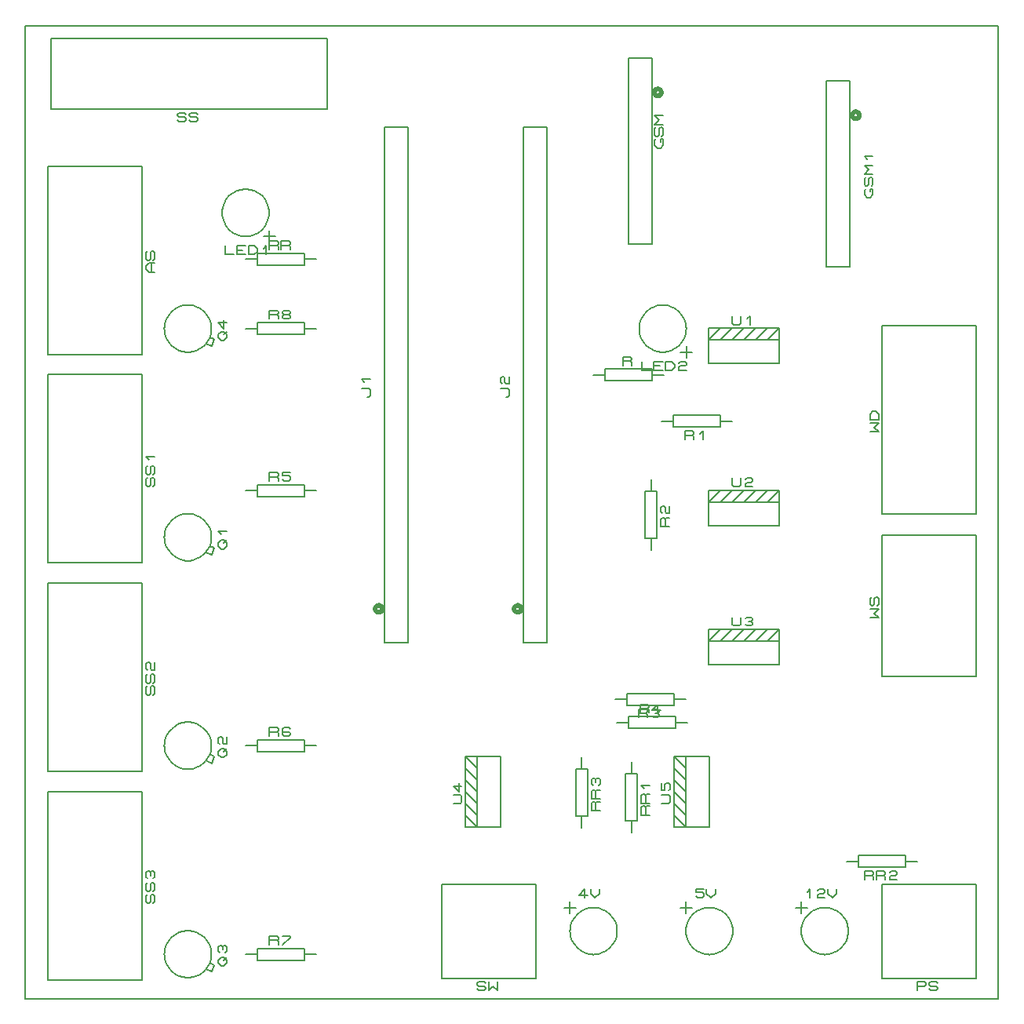
<source format=gbr>
G04 PROTEUS GERBER X2 FILE*
%TF.GenerationSoftware,Labcenter,Proteus,8.13-SP0-Build31525*%
%TF.CreationDate,2023-11-13T13:03:38+00:00*%
%TF.FileFunction,Legend,Top*%
%TF.FilePolarity,Positive*%
%TF.Part,Single*%
%TF.SameCoordinates,{d9887baf-ebf7-4e26-a593-32e53c83881c}*%
%FSLAX45Y45*%
%MOMM*%
G01*
%TA.AperFunction,Material*%
%ADD71C,0.508000*%
%ADD20C,0.152400*%
%ADD21C,0.203200*%
%TD.AperFunction*%
D71*
X-3137400Y+9278000D02*
X-3137531Y+9281158D01*
X-3138597Y+9287476D01*
X-3140828Y+9293794D01*
X-3144473Y+9300112D01*
X-3150048Y+9306351D01*
X-3156366Y+9310947D01*
X-3162684Y+9313880D01*
X-3169002Y+9315542D01*
X-3175320Y+9316100D01*
X-3175500Y+9316100D01*
X-3213600Y+9278000D02*
X-3213469Y+9281158D01*
X-3212403Y+9287476D01*
X-3210172Y+9293794D01*
X-3206527Y+9300112D01*
X-3200952Y+9306351D01*
X-3194634Y+9310947D01*
X-3188316Y+9313880D01*
X-3181998Y+9315542D01*
X-3175680Y+9316100D01*
X-3175500Y+9316100D01*
X-3213600Y+9278000D02*
X-3213469Y+9274842D01*
X-3212403Y+9268524D01*
X-3210172Y+9262206D01*
X-3206527Y+9255888D01*
X-3200952Y+9249649D01*
X-3194634Y+9245053D01*
X-3188316Y+9242120D01*
X-3181998Y+9240458D01*
X-3175680Y+9239900D01*
X-3175500Y+9239900D01*
X-3137400Y+9278000D02*
X-3137531Y+9274842D01*
X-3138597Y+9268524D01*
X-3140828Y+9262206D01*
X-3144473Y+9255888D01*
X-3150048Y+9249649D01*
X-3156366Y+9245053D01*
X-3162684Y+9242120D01*
X-3169002Y+9240458D01*
X-3175320Y+9239900D01*
X-3175500Y+9239900D01*
D20*
X-3493000Y+9646300D02*
X-3493000Y+7639700D01*
X-3239000Y+7639700D01*
X-3239000Y+9646300D01*
X-3493000Y+9646300D01*
D21*
X-3147560Y+8743000D02*
X-3147560Y+8774750D01*
X-3117080Y+8774750D01*
X-3117080Y+8711250D01*
X-3147560Y+8679500D01*
X-3178040Y+8679500D01*
X-3208520Y+8711250D01*
X-3208520Y+8758875D01*
X-3193280Y+8774750D01*
X-3132320Y+8806500D02*
X-3117080Y+8822375D01*
X-3117080Y+8885875D01*
X-3132320Y+8901750D01*
X-3147560Y+8901750D01*
X-3162800Y+8885875D01*
X-3162800Y+8822375D01*
X-3178040Y+8806500D01*
X-3193280Y+8806500D01*
X-3208520Y+8822375D01*
X-3208520Y+8885875D01*
X-3193280Y+8901750D01*
X-3117080Y+8933500D02*
X-3208520Y+8933500D01*
X-3162800Y+8981125D01*
X-3208520Y+9028750D01*
X-3117080Y+9028750D01*
D71*
X-6148400Y+3706000D02*
X-6148531Y+3709158D01*
X-6149597Y+3715476D01*
X-6151828Y+3721794D01*
X-6155473Y+3728112D01*
X-6161048Y+3734351D01*
X-6167366Y+3738947D01*
X-6173684Y+3741880D01*
X-6180002Y+3743542D01*
X-6186320Y+3744100D01*
X-6186500Y+3744100D01*
X-6224600Y+3706000D02*
X-6224469Y+3709158D01*
X-6223403Y+3715476D01*
X-6221172Y+3721794D01*
X-6217527Y+3728112D01*
X-6211952Y+3734351D01*
X-6205634Y+3738947D01*
X-6199316Y+3741880D01*
X-6192998Y+3743542D01*
X-6186680Y+3744100D01*
X-6186500Y+3744100D01*
X-6224600Y+3706000D02*
X-6224469Y+3702842D01*
X-6223403Y+3696524D01*
X-6221172Y+3690206D01*
X-6217527Y+3683888D01*
X-6211952Y+3677649D01*
X-6205634Y+3673053D01*
X-6199316Y+3670120D01*
X-6192998Y+3668458D01*
X-6186680Y+3667900D01*
X-6186500Y+3667900D01*
X-6148400Y+3706000D02*
X-6148531Y+3702842D01*
X-6149597Y+3696524D01*
X-6151828Y+3690206D01*
X-6155473Y+3683888D01*
X-6161048Y+3677649D01*
X-6167366Y+3673053D01*
X-6173684Y+3670120D01*
X-6180002Y+3668458D01*
X-6186320Y+3667900D01*
X-6186500Y+3667900D01*
D20*
X-5869000Y+3337700D02*
X-5869000Y+8900300D01*
X-6123000Y+8900300D01*
X-6123000Y+3337700D01*
X-5869000Y+3337700D01*
D21*
X-6310960Y+5992000D02*
X-6295720Y+5992000D01*
X-6280480Y+6007875D01*
X-6280480Y+6071375D01*
X-6295720Y+6087250D01*
X-6371920Y+6087250D01*
X-6341440Y+6150750D02*
X-6371920Y+6182500D01*
X-6280480Y+6182500D01*
D71*
X-4648400Y+3706000D02*
X-4648531Y+3709158D01*
X-4649597Y+3715476D01*
X-4651828Y+3721794D01*
X-4655473Y+3728112D01*
X-4661048Y+3734351D01*
X-4667366Y+3738947D01*
X-4673684Y+3741880D01*
X-4680002Y+3743542D01*
X-4686320Y+3744100D01*
X-4686500Y+3744100D01*
X-4724600Y+3706000D02*
X-4724469Y+3709158D01*
X-4723403Y+3715476D01*
X-4721172Y+3721794D01*
X-4717527Y+3728112D01*
X-4711952Y+3734351D01*
X-4705634Y+3738947D01*
X-4699316Y+3741880D01*
X-4692998Y+3743542D01*
X-4686680Y+3744100D01*
X-4686500Y+3744100D01*
X-4724600Y+3706000D02*
X-4724469Y+3702842D01*
X-4723403Y+3696524D01*
X-4721172Y+3690206D01*
X-4717527Y+3683888D01*
X-4711952Y+3677649D01*
X-4705634Y+3673053D01*
X-4699316Y+3670120D01*
X-4692998Y+3668458D01*
X-4686680Y+3667900D01*
X-4686500Y+3667900D01*
X-4648400Y+3706000D02*
X-4648531Y+3702842D01*
X-4649597Y+3696524D01*
X-4651828Y+3690206D01*
X-4655473Y+3683888D01*
X-4661048Y+3677649D01*
X-4667366Y+3673053D01*
X-4673684Y+3670120D01*
X-4680002Y+3668458D01*
X-4686320Y+3667900D01*
X-4686500Y+3667900D01*
D20*
X-4369000Y+3337700D02*
X-4369000Y+8900300D01*
X-4623000Y+8900300D01*
X-4623000Y+3337700D01*
X-4369000Y+3337700D01*
D21*
X-4810960Y+5992000D02*
X-4795720Y+5992000D01*
X-4780480Y+6007875D01*
X-4780480Y+6071375D01*
X-4795720Y+6087250D01*
X-4871920Y+6087250D01*
X-4856680Y+6134875D02*
X-4871920Y+6150750D01*
X-4871920Y+6198375D01*
X-4856680Y+6214250D01*
X-4841440Y+6214250D01*
X-4826200Y+6198375D01*
X-4826200Y+6150750D01*
X-4810960Y+6134875D01*
X-4780480Y+6134875D01*
X-4780480Y+6214250D01*
D71*
X-1001400Y+9032000D02*
X-1001531Y+9035158D01*
X-1002597Y+9041476D01*
X-1004828Y+9047794D01*
X-1008473Y+9054112D01*
X-1014048Y+9060351D01*
X-1020366Y+9064947D01*
X-1026684Y+9067880D01*
X-1033002Y+9069542D01*
X-1039320Y+9070100D01*
X-1039500Y+9070100D01*
X-1077600Y+9032000D02*
X-1077469Y+9035158D01*
X-1076403Y+9041476D01*
X-1074172Y+9047794D01*
X-1070527Y+9054112D01*
X-1064952Y+9060351D01*
X-1058634Y+9064947D01*
X-1052316Y+9067880D01*
X-1045998Y+9069542D01*
X-1039680Y+9070100D01*
X-1039500Y+9070100D01*
X-1077600Y+9032000D02*
X-1077469Y+9028842D01*
X-1076403Y+9022524D01*
X-1074172Y+9016206D01*
X-1070527Y+9009888D01*
X-1064952Y+9003649D01*
X-1058634Y+8999053D01*
X-1052316Y+8996120D01*
X-1045998Y+8994458D01*
X-1039680Y+8993900D01*
X-1039500Y+8993900D01*
X-1001400Y+9032000D02*
X-1001531Y+9028842D01*
X-1002597Y+9022524D01*
X-1004828Y+9016206D01*
X-1008473Y+9009888D01*
X-1014048Y+9003649D01*
X-1020366Y+8999053D01*
X-1026684Y+8996120D01*
X-1033002Y+8994458D01*
X-1039320Y+8993900D01*
X-1039500Y+8993900D01*
D20*
X-1357000Y+9400300D02*
X-1357000Y+7393700D01*
X-1103000Y+7393700D01*
X-1103000Y+9400300D01*
X-1357000Y+9400300D01*
D21*
X-884560Y+8206500D02*
X-884560Y+8238250D01*
X-854080Y+8238250D01*
X-854080Y+8174750D01*
X-884560Y+8143000D01*
X-915040Y+8143000D01*
X-945520Y+8174750D01*
X-945520Y+8222375D01*
X-930280Y+8238250D01*
X-869320Y+8270000D02*
X-854080Y+8285875D01*
X-854080Y+8349375D01*
X-869320Y+8365250D01*
X-884560Y+8365250D01*
X-899800Y+8349375D01*
X-899800Y+8285875D01*
X-915040Y+8270000D01*
X-930280Y+8270000D01*
X-945520Y+8285875D01*
X-945520Y+8349375D01*
X-930280Y+8365250D01*
X-854080Y+8397000D02*
X-945520Y+8397000D01*
X-899800Y+8444625D01*
X-945520Y+8492250D01*
X-854080Y+8492250D01*
X-915040Y+8555750D02*
X-945520Y+8587500D01*
X-854080Y+8587500D01*
X-8738000Y+8484000D02*
X-9754000Y+8484000D01*
X-8738000Y+6452000D02*
X-9754000Y+6452000D01*
X-9754000Y+8484000D01*
X-8738000Y+8484000D02*
X-8738000Y+6452000D01*
X-8605920Y+7341000D02*
X-8666880Y+7341000D01*
X-8697360Y+7372750D01*
X-8697360Y+7404500D01*
X-8666880Y+7436250D01*
X-8605920Y+7436250D01*
X-8636400Y+7341000D02*
X-8636400Y+7436250D01*
X-8621160Y+7468000D02*
X-8605920Y+7483875D01*
X-8605920Y+7547375D01*
X-8621160Y+7563250D01*
X-8636400Y+7563250D01*
X-8651640Y+7547375D01*
X-8651640Y+7483875D01*
X-8666880Y+7468000D01*
X-8682120Y+7468000D01*
X-8697360Y+7483875D01*
X-8697360Y+7547375D01*
X-8682120Y+7563250D01*
X-6742000Y+9861000D02*
X-6742000Y+9099000D01*
X-9726500Y+9099000D02*
X-9726500Y+9861000D01*
X-6742000Y+9099000D02*
X-9726500Y+9099000D01*
X-9726500Y+9861000D02*
X-6742000Y+9861000D01*
X-8361250Y+8982160D02*
X-8345375Y+8966920D01*
X-8281875Y+8966920D01*
X-8266000Y+8982160D01*
X-8266000Y+8997400D01*
X-8281875Y+9012640D01*
X-8345375Y+9012640D01*
X-8361250Y+9027880D01*
X-8361250Y+9043120D01*
X-8345375Y+9058360D01*
X-8281875Y+9058360D01*
X-8266000Y+9043120D01*
X-8234250Y+8982160D02*
X-8218375Y+8966920D01*
X-8154875Y+8966920D01*
X-8139000Y+8982160D01*
X-8139000Y+8997400D01*
X-8154875Y+9012640D01*
X-8218375Y+9012640D01*
X-8234250Y+9027880D01*
X-8234250Y+9043120D01*
X-8218375Y+9058360D01*
X-8154875Y+9058360D01*
X-8139000Y+9043120D01*
X-7992000Y+6730000D02*
X-7992827Y+6750483D01*
X-7999545Y+6791450D01*
X-8013563Y+6832417D01*
X-8036341Y+6873384D01*
X-8071141Y+6914229D01*
X-8112108Y+6945845D01*
X-8153075Y+6966392D01*
X-8194042Y+6978629D01*
X-8235009Y+6983762D01*
X-8246000Y+6984000D01*
X-8500000Y+6730000D02*
X-8499173Y+6750483D01*
X-8492455Y+6791450D01*
X-8478437Y+6832417D01*
X-8455659Y+6873384D01*
X-8420859Y+6914229D01*
X-8379892Y+6945845D01*
X-8338925Y+6966392D01*
X-8297958Y+6978629D01*
X-8256991Y+6983762D01*
X-8246000Y+6984000D01*
X-8500000Y+6730000D02*
X-8499173Y+6709517D01*
X-8492455Y+6668550D01*
X-8478437Y+6627583D01*
X-8455659Y+6586616D01*
X-8420859Y+6545771D01*
X-8379892Y+6514155D01*
X-8338925Y+6493608D01*
X-8297958Y+6481371D01*
X-8256991Y+6476238D01*
X-8246000Y+6476000D01*
X-7992000Y+6730000D02*
X-7992827Y+6709517D01*
X-7999545Y+6668550D01*
X-8013563Y+6627583D01*
X-8036341Y+6586616D01*
X-8071141Y+6545771D01*
X-8112108Y+6514155D01*
X-8153075Y+6493608D01*
X-8194042Y+6481371D01*
X-8235009Y+6476238D01*
X-8246000Y+6476000D01*
X-8016500Y+6637100D02*
X-7957600Y+6614300D01*
X-7987600Y+6541000D01*
X-7990700Y+6539900D02*
X-8054800Y+6567800D01*
X-7886480Y+6603000D02*
X-7916960Y+6634750D01*
X-7916960Y+6666500D01*
X-7886480Y+6698250D01*
X-7856000Y+6698250D01*
X-7825520Y+6666500D01*
X-7825520Y+6634750D01*
X-7856000Y+6603000D01*
X-7886480Y+6603000D01*
X-7856000Y+6666500D02*
X-7825520Y+6698250D01*
X-7856000Y+6825250D02*
X-7856000Y+6730000D01*
X-7916960Y+6793500D01*
X-7825520Y+6793500D01*
X-7619000Y+6730000D02*
X-7492000Y+6730000D01*
X-7492000Y+6666500D02*
X-6984000Y+6666500D01*
X-6984000Y+6793500D01*
X-7492000Y+6793500D01*
X-7492000Y+6666500D01*
X-6984000Y+6730000D02*
X-6857000Y+6730000D01*
X-7365000Y+6834140D02*
X-7365000Y+6925580D01*
X-7285625Y+6925580D01*
X-7269750Y+6910340D01*
X-7269750Y+6895100D01*
X-7285625Y+6879860D01*
X-7365000Y+6879860D01*
X-7285625Y+6879860D02*
X-7269750Y+6864620D01*
X-7269750Y+6834140D01*
X-7206250Y+6879860D02*
X-7222125Y+6895100D01*
X-7222125Y+6910340D01*
X-7206250Y+6925580D01*
X-7158625Y+6925580D01*
X-7142750Y+6910340D01*
X-7142750Y+6895100D01*
X-7158625Y+6879860D01*
X-7206250Y+6879860D01*
X-7222125Y+6864620D01*
X-7222125Y+6849380D01*
X-7206250Y+6834140D01*
X-7158625Y+6834140D01*
X-7142750Y+6849380D01*
X-7142750Y+6864620D01*
X-7158625Y+6879860D01*
X-8738000Y+6234000D02*
X-9754000Y+6234000D01*
X-8738000Y+4202000D02*
X-9754000Y+4202000D01*
X-9754000Y+6234000D01*
X-8738000Y+6234000D02*
X-8738000Y+4202000D01*
X-8621160Y+5027500D02*
X-8605920Y+5043375D01*
X-8605920Y+5106875D01*
X-8621160Y+5122750D01*
X-8636400Y+5122750D01*
X-8651640Y+5106875D01*
X-8651640Y+5043375D01*
X-8666880Y+5027500D01*
X-8682120Y+5027500D01*
X-8697360Y+5043375D01*
X-8697360Y+5106875D01*
X-8682120Y+5122750D01*
X-8621160Y+5154500D02*
X-8605920Y+5170375D01*
X-8605920Y+5233875D01*
X-8621160Y+5249750D01*
X-8636400Y+5249750D01*
X-8651640Y+5233875D01*
X-8651640Y+5170375D01*
X-8666880Y+5154500D01*
X-8682120Y+5154500D01*
X-8697360Y+5170375D01*
X-8697360Y+5233875D01*
X-8682120Y+5249750D01*
X-8666880Y+5313250D02*
X-8697360Y+5345000D01*
X-8605920Y+5345000D01*
X-7619000Y+4980000D02*
X-7492000Y+4980000D01*
X-7492000Y+4916500D02*
X-6984000Y+4916500D01*
X-6984000Y+5043500D01*
X-7492000Y+5043500D01*
X-7492000Y+4916500D01*
X-6984000Y+4980000D02*
X-6857000Y+4980000D01*
X-7365000Y+5084140D02*
X-7365000Y+5175580D01*
X-7285625Y+5175580D01*
X-7269750Y+5160340D01*
X-7269750Y+5145100D01*
X-7285625Y+5129860D01*
X-7365000Y+5129860D01*
X-7285625Y+5129860D02*
X-7269750Y+5114620D01*
X-7269750Y+5084140D01*
X-7142750Y+5175580D02*
X-7222125Y+5175580D01*
X-7222125Y+5145100D01*
X-7158625Y+5145100D01*
X-7142750Y+5129860D01*
X-7142750Y+5099380D01*
X-7158625Y+5084140D01*
X-7206250Y+5084140D01*
X-7222125Y+5099380D01*
X-7992000Y+4480000D02*
X-7992827Y+4500483D01*
X-7999545Y+4541450D01*
X-8013563Y+4582417D01*
X-8036341Y+4623384D01*
X-8071141Y+4664229D01*
X-8112108Y+4695845D01*
X-8153075Y+4716392D01*
X-8194042Y+4728629D01*
X-8235009Y+4733762D01*
X-8246000Y+4734000D01*
X-8500000Y+4480000D02*
X-8499173Y+4500483D01*
X-8492455Y+4541450D01*
X-8478437Y+4582417D01*
X-8455659Y+4623384D01*
X-8420859Y+4664229D01*
X-8379892Y+4695845D01*
X-8338925Y+4716392D01*
X-8297958Y+4728629D01*
X-8256991Y+4733762D01*
X-8246000Y+4734000D01*
X-8500000Y+4480000D02*
X-8499173Y+4459517D01*
X-8492455Y+4418550D01*
X-8478437Y+4377583D01*
X-8455659Y+4336616D01*
X-8420859Y+4295771D01*
X-8379892Y+4264155D01*
X-8338925Y+4243608D01*
X-8297958Y+4231371D01*
X-8256991Y+4226238D01*
X-8246000Y+4226000D01*
X-7992000Y+4480000D02*
X-7992827Y+4459517D01*
X-7999545Y+4418550D01*
X-8013563Y+4377583D01*
X-8036341Y+4336616D01*
X-8071141Y+4295771D01*
X-8112108Y+4264155D01*
X-8153075Y+4243608D01*
X-8194042Y+4231371D01*
X-8235009Y+4226238D01*
X-8246000Y+4226000D01*
X-8016500Y+4387100D02*
X-7957600Y+4364300D01*
X-7987600Y+4291000D01*
X-7990700Y+4289900D02*
X-8054800Y+4317800D01*
X-7886480Y+4353000D02*
X-7916960Y+4384750D01*
X-7916960Y+4416500D01*
X-7886480Y+4448250D01*
X-7856000Y+4448250D01*
X-7825520Y+4416500D01*
X-7825520Y+4384750D01*
X-7856000Y+4353000D01*
X-7886480Y+4353000D01*
X-7856000Y+4416500D02*
X-7825520Y+4448250D01*
X-7886480Y+4511750D02*
X-7916960Y+4543500D01*
X-7825520Y+4543500D01*
X+258000Y-278000D02*
X+258000Y+738000D01*
X-758000Y-278000D02*
X-758000Y+738000D01*
X+258000Y+738000D02*
X-758000Y+738000D01*
X+258000Y-278000D02*
X-758000Y-278000D01*
X-377000Y-410080D02*
X-377000Y-318640D01*
X-297625Y-318640D01*
X-281750Y-333880D01*
X-281750Y-349120D01*
X-297625Y-364360D01*
X-377000Y-364360D01*
X-250000Y-394840D02*
X-234125Y-410080D01*
X-170625Y-410080D01*
X-154750Y-394840D01*
X-154750Y-379600D01*
X-170625Y-364360D01*
X-234125Y-364360D01*
X-250000Y-349120D01*
X-250000Y-333880D01*
X-234125Y-318640D01*
X-170625Y-318640D01*
X-154750Y-333880D01*
X-2627000Y+6353000D02*
X-1865000Y+6353000D01*
X-1865000Y+6607000D01*
X-2627000Y+6607000D01*
X-2627000Y+6353000D01*
X-2627000Y+6607000D02*
X-2627000Y+6734000D01*
X-1865000Y+6734000D01*
X-1865000Y+6607000D01*
X-2627000Y+6607000D02*
X-2500000Y+6734000D01*
X-2500000Y+6607000D02*
X-2373000Y+6734000D01*
X-2373000Y+6607000D02*
X-2246000Y+6734000D01*
X-2246000Y+6607000D02*
X-2119000Y+6734000D01*
X-2119000Y+6607000D02*
X-1992000Y+6734000D01*
X-1992000Y+6607000D02*
X-1865000Y+6734000D01*
X-2373000Y+6866080D02*
X-2373000Y+6789880D01*
X-2357125Y+6774640D01*
X-2293625Y+6774640D01*
X-2277750Y+6789880D01*
X-2277750Y+6866080D01*
X-2214250Y+6835600D02*
X-2182500Y+6866080D01*
X-2182500Y+6774640D01*
X-2627000Y+4603000D02*
X-1865000Y+4603000D01*
X-1865000Y+4857000D01*
X-2627000Y+4857000D01*
X-2627000Y+4603000D01*
X-2627000Y+4857000D02*
X-2627000Y+4984000D01*
X-1865000Y+4984000D01*
X-1865000Y+4857000D01*
X-2627000Y+4857000D02*
X-2500000Y+4984000D01*
X-2500000Y+4857000D02*
X-2373000Y+4984000D01*
X-2373000Y+4857000D02*
X-2246000Y+4984000D01*
X-2246000Y+4857000D02*
X-2119000Y+4984000D01*
X-2119000Y+4857000D02*
X-1992000Y+4984000D01*
X-1992000Y+4857000D02*
X-1865000Y+4984000D01*
X-2373000Y+5116080D02*
X-2373000Y+5039880D01*
X-2357125Y+5024640D01*
X-2293625Y+5024640D01*
X-2277750Y+5039880D01*
X-2277750Y+5116080D01*
X-2230125Y+5100840D02*
X-2214250Y+5116080D01*
X-2166625Y+5116080D01*
X-2150750Y+5100840D01*
X-2150750Y+5085600D01*
X-2166625Y+5070360D01*
X-2214250Y+5070360D01*
X-2230125Y+5055120D01*
X-2230125Y+5024640D01*
X-2150750Y+5024640D01*
X-2627000Y+3103000D02*
X-1865000Y+3103000D01*
X-1865000Y+3357000D01*
X-2627000Y+3357000D01*
X-2627000Y+3103000D01*
X-2627000Y+3357000D02*
X-2627000Y+3484000D01*
X-1865000Y+3484000D01*
X-1865000Y+3357000D01*
X-2627000Y+3357000D02*
X-2500000Y+3484000D01*
X-2500000Y+3357000D02*
X-2373000Y+3484000D01*
X-2373000Y+3357000D02*
X-2246000Y+3484000D01*
X-2246000Y+3357000D02*
X-2119000Y+3484000D01*
X-2119000Y+3357000D02*
X-1992000Y+3484000D01*
X-1992000Y+3357000D02*
X-1865000Y+3484000D01*
X-2373000Y+3616080D02*
X-2373000Y+3539880D01*
X-2357125Y+3524640D01*
X-2293625Y+3524640D01*
X-2277750Y+3539880D01*
X-2277750Y+3616080D01*
X-2230125Y+3600840D02*
X-2214250Y+3616080D01*
X-2166625Y+3616080D01*
X-2150750Y+3600840D01*
X-2150750Y+3585600D01*
X-2166625Y+3570360D01*
X-2150750Y+3555120D01*
X-2150750Y+3539880D01*
X-2166625Y+3524640D01*
X-2214250Y+3524640D01*
X-2230125Y+3539880D01*
X-2198375Y+3570360D02*
X-2166625Y+3570360D01*
X-5123000Y+1349000D02*
X-4869000Y+1349000D01*
X-4869000Y+2111000D01*
X-5123000Y+2111000D01*
X-5123000Y+1349000D01*
X-5250000Y+1349000D01*
X-5250000Y+2111000D01*
X-5123000Y+2111000D01*
X-5123000Y+1349000D02*
X-5250000Y+1476000D01*
X-5123000Y+1476000D02*
X-5250000Y+1603000D01*
X-5123000Y+1603000D02*
X-5250000Y+1730000D01*
X-5123000Y+1730000D02*
X-5250000Y+1857000D01*
X-5123000Y+1857000D02*
X-5250000Y+1984000D01*
X-5123000Y+1984000D02*
X-5250000Y+2111000D01*
X-5382080Y+1603000D02*
X-5305880Y+1603000D01*
X-5290640Y+1618875D01*
X-5290640Y+1682375D01*
X-5305880Y+1698250D01*
X-5382080Y+1698250D01*
X-5321120Y+1825250D02*
X-5321120Y+1730000D01*
X-5382080Y+1793500D01*
X-5290640Y+1793500D01*
X-2873000Y+1349000D02*
X-2619000Y+1349000D01*
X-2619000Y+2111000D01*
X-2873000Y+2111000D01*
X-2873000Y+1349000D01*
X-3000000Y+1349000D01*
X-3000000Y+2111000D01*
X-2873000Y+2111000D01*
X-2873000Y+1349000D02*
X-3000000Y+1476000D01*
X-2873000Y+1476000D02*
X-3000000Y+1603000D01*
X-2873000Y+1603000D02*
X-3000000Y+1730000D01*
X-2873000Y+1730000D02*
X-3000000Y+1857000D01*
X-2873000Y+1857000D02*
X-3000000Y+1984000D01*
X-2873000Y+1984000D02*
X-3000000Y+2111000D01*
X-3132080Y+1603000D02*
X-3055880Y+1603000D01*
X-3040640Y+1618875D01*
X-3040640Y+1682375D01*
X-3055880Y+1698250D01*
X-3132080Y+1698250D01*
X-3132080Y+1825250D02*
X-3132080Y+1745875D01*
X-3101600Y+1745875D01*
X-3101600Y+1809375D01*
X-3086360Y+1825250D01*
X-3055880Y+1825250D01*
X-3040640Y+1809375D01*
X-3040640Y+1761750D01*
X-3055880Y+1745875D01*
X-1119000Y+230000D02*
X-1119827Y+250483D01*
X-1126545Y+291450D01*
X-1140563Y+332417D01*
X-1163341Y+373384D01*
X-1198141Y+414229D01*
X-1239108Y+445845D01*
X-1280075Y+466392D01*
X-1321042Y+478629D01*
X-1362009Y+483762D01*
X-1373000Y+484000D01*
X-1627000Y+230000D02*
X-1626173Y+250483D01*
X-1619455Y+291450D01*
X-1605437Y+332417D01*
X-1582659Y+373384D01*
X-1547859Y+414229D01*
X-1506892Y+445845D01*
X-1465925Y+466392D01*
X-1424958Y+478629D01*
X-1383991Y+483762D01*
X-1373000Y+484000D01*
X-1627000Y+230000D02*
X-1626173Y+209517D01*
X-1619455Y+168550D01*
X-1605437Y+127583D01*
X-1582659Y+86616D01*
X-1547859Y+45771D01*
X-1506892Y+14155D01*
X-1465925Y-6392D01*
X-1424958Y-18629D01*
X-1383991Y-23762D01*
X-1373000Y-24000D01*
X-1119000Y+230000D02*
X-1119827Y+209517D01*
X-1126545Y+168550D01*
X-1140563Y+127583D01*
X-1163341Y+86616D01*
X-1198141Y+45771D01*
X-1239108Y+14155D01*
X-1280075Y-6392D01*
X-1321042Y-18629D01*
X-1362009Y-23762D01*
X-1373000Y-24000D01*
X-1690500Y+484000D02*
X-1563500Y+484000D01*
X-1627000Y+547500D02*
X-1627000Y+420500D01*
X-1563500Y+649100D02*
X-1531750Y+679580D01*
X-1531750Y+588140D01*
X-1452375Y+664340D02*
X-1436500Y+679580D01*
X-1388875Y+679580D01*
X-1373000Y+664340D01*
X-1373000Y+649100D01*
X-1388875Y+633860D01*
X-1436500Y+633860D01*
X-1452375Y+618620D01*
X-1452375Y+588140D01*
X-1373000Y+588140D01*
X-1341250Y+679580D02*
X-1341250Y+633860D01*
X-1293625Y+588140D01*
X-1246000Y+633860D01*
X-1246000Y+679580D01*
X-2365000Y+230000D02*
X-2365827Y+250483D01*
X-2372545Y+291450D01*
X-2386563Y+332417D01*
X-2409341Y+373384D01*
X-2444141Y+414229D01*
X-2485108Y+445845D01*
X-2526075Y+466392D01*
X-2567042Y+478629D01*
X-2608009Y+483762D01*
X-2619000Y+484000D01*
X-2873000Y+230000D02*
X-2872173Y+250483D01*
X-2865455Y+291450D01*
X-2851437Y+332417D01*
X-2828659Y+373384D01*
X-2793859Y+414229D01*
X-2752892Y+445845D01*
X-2711925Y+466392D01*
X-2670958Y+478629D01*
X-2629991Y+483762D01*
X-2619000Y+484000D01*
X-2873000Y+230000D02*
X-2872173Y+209517D01*
X-2865455Y+168550D01*
X-2851437Y+127583D01*
X-2828659Y+86616D01*
X-2793859Y+45771D01*
X-2752892Y+14155D01*
X-2711925Y-6392D01*
X-2670958Y-18629D01*
X-2629991Y-23762D01*
X-2619000Y-24000D01*
X-2365000Y+230000D02*
X-2365827Y+209517D01*
X-2372545Y+168550D01*
X-2386563Y+127583D01*
X-2409341Y+86616D01*
X-2444141Y+45771D01*
X-2485108Y+14155D01*
X-2526075Y-6392D01*
X-2567042Y-18629D01*
X-2608009Y-23762D01*
X-2619000Y-24000D01*
X-2936500Y+484000D02*
X-2809500Y+484000D01*
X-2873000Y+547500D02*
X-2873000Y+420500D01*
X-2682500Y+679580D02*
X-2761875Y+679580D01*
X-2761875Y+649100D01*
X-2698375Y+649100D01*
X-2682500Y+633860D01*
X-2682500Y+603380D01*
X-2698375Y+588140D01*
X-2746000Y+588140D01*
X-2761875Y+603380D01*
X-2650750Y+679580D02*
X-2650750Y+633860D01*
X-2603125Y+588140D01*
X-2555500Y+633860D01*
X-2555500Y+679580D01*
X-3458890Y+2053464D02*
X-3458890Y+1926464D01*
X-3522390Y+1418464D02*
X-3395390Y+1418464D01*
X-3395390Y+1926464D01*
X-3522390Y+1926464D01*
X-3522390Y+1418464D01*
X-3458890Y+1418464D02*
X-3458890Y+1291464D01*
X-3263310Y+1481964D02*
X-3354750Y+1481964D01*
X-3354750Y+1561339D01*
X-3339510Y+1577214D01*
X-3324270Y+1577214D01*
X-3309030Y+1561339D01*
X-3309030Y+1481964D01*
X-3309030Y+1561339D02*
X-3293790Y+1577214D01*
X-3263310Y+1577214D01*
X-3263310Y+1608964D02*
X-3354750Y+1608964D01*
X-3354750Y+1688339D01*
X-3339510Y+1704214D01*
X-3324270Y+1704214D01*
X-3309030Y+1688339D01*
X-3309030Y+1608964D01*
X-3309030Y+1688339D02*
X-3293790Y+1704214D01*
X-3263310Y+1704214D01*
X-3324270Y+1767714D02*
X-3354750Y+1799464D01*
X-3263310Y+1799464D01*
X-373000Y+980000D02*
X-500000Y+980000D01*
X-1008000Y+916500D02*
X-500000Y+916500D01*
X-500000Y+1043500D01*
X-1008000Y+1043500D01*
X-1008000Y+916500D01*
X-1008000Y+980000D02*
X-1135000Y+980000D01*
X-944500Y+784420D02*
X-944500Y+875860D01*
X-865125Y+875860D01*
X-849250Y+860620D01*
X-849250Y+845380D01*
X-865125Y+830140D01*
X-944500Y+830140D01*
X-865125Y+830140D02*
X-849250Y+814900D01*
X-849250Y+784420D01*
X-817500Y+784420D02*
X-817500Y+875860D01*
X-738125Y+875860D01*
X-722250Y+860620D01*
X-722250Y+845380D01*
X-738125Y+830140D01*
X-817500Y+830140D01*
X-738125Y+830140D02*
X-722250Y+814900D01*
X-722250Y+784420D01*
X-674625Y+860620D02*
X-658750Y+875860D01*
X-611125Y+875860D01*
X-595250Y+860620D01*
X-595250Y+845380D01*
X-611125Y+830140D01*
X-658750Y+830140D01*
X-674625Y+814900D01*
X-674625Y+784420D01*
X-595250Y+784420D01*
X-8738000Y+3984000D02*
X-9754000Y+3984000D01*
X-8738000Y+1952000D02*
X-9754000Y+1952000D01*
X-9754000Y+3984000D01*
X-8738000Y+3984000D02*
X-8738000Y+1952000D01*
X-8621160Y+2777500D02*
X-8605920Y+2793375D01*
X-8605920Y+2856875D01*
X-8621160Y+2872750D01*
X-8636400Y+2872750D01*
X-8651640Y+2856875D01*
X-8651640Y+2793375D01*
X-8666880Y+2777500D01*
X-8682120Y+2777500D01*
X-8697360Y+2793375D01*
X-8697360Y+2856875D01*
X-8682120Y+2872750D01*
X-8621160Y+2904500D02*
X-8605920Y+2920375D01*
X-8605920Y+2983875D01*
X-8621160Y+2999750D01*
X-8636400Y+2999750D01*
X-8651640Y+2983875D01*
X-8651640Y+2920375D01*
X-8666880Y+2904500D01*
X-8682120Y+2904500D01*
X-8697360Y+2920375D01*
X-8697360Y+2983875D01*
X-8682120Y+2999750D01*
X-8682120Y+3047375D02*
X-8697360Y+3063250D01*
X-8697360Y+3110875D01*
X-8682120Y+3126750D01*
X-8666880Y+3126750D01*
X-8651640Y+3110875D01*
X-8651640Y+3063250D01*
X-8636400Y+3047375D01*
X-8605920Y+3047375D01*
X-8605920Y+3126750D01*
X-7992000Y+2230000D02*
X-7992827Y+2250483D01*
X-7999545Y+2291450D01*
X-8013563Y+2332417D01*
X-8036341Y+2373384D01*
X-8071141Y+2414229D01*
X-8112108Y+2445845D01*
X-8153075Y+2466392D01*
X-8194042Y+2478629D01*
X-8235009Y+2483762D01*
X-8246000Y+2484000D01*
X-8500000Y+2230000D02*
X-8499173Y+2250483D01*
X-8492455Y+2291450D01*
X-8478437Y+2332417D01*
X-8455659Y+2373384D01*
X-8420859Y+2414229D01*
X-8379892Y+2445845D01*
X-8338925Y+2466392D01*
X-8297958Y+2478629D01*
X-8256991Y+2483762D01*
X-8246000Y+2484000D01*
X-8500000Y+2230000D02*
X-8499173Y+2209517D01*
X-8492455Y+2168550D01*
X-8478437Y+2127583D01*
X-8455659Y+2086616D01*
X-8420859Y+2045771D01*
X-8379892Y+2014155D01*
X-8338925Y+1993608D01*
X-8297958Y+1981371D01*
X-8256991Y+1976238D01*
X-8246000Y+1976000D01*
X-7992000Y+2230000D02*
X-7992827Y+2209517D01*
X-7999545Y+2168550D01*
X-8013563Y+2127583D01*
X-8036341Y+2086616D01*
X-8071141Y+2045771D01*
X-8112108Y+2014155D01*
X-8153075Y+1993608D01*
X-8194042Y+1981371D01*
X-8235009Y+1976238D01*
X-8246000Y+1976000D01*
X-8016500Y+2137100D02*
X-7957600Y+2114300D01*
X-7987600Y+2041000D01*
X-7990700Y+2039900D02*
X-8054800Y+2067800D01*
X-7886480Y+2103000D02*
X-7916960Y+2134750D01*
X-7916960Y+2166500D01*
X-7886480Y+2198250D01*
X-7856000Y+2198250D01*
X-7825520Y+2166500D01*
X-7825520Y+2134750D01*
X-7856000Y+2103000D01*
X-7886480Y+2103000D01*
X-7856000Y+2166500D02*
X-7825520Y+2198250D01*
X-7901720Y+2245875D02*
X-7916960Y+2261750D01*
X-7916960Y+2309375D01*
X-7901720Y+2325250D01*
X-7886480Y+2325250D01*
X-7871240Y+2309375D01*
X-7871240Y+2261750D01*
X-7856000Y+2245875D01*
X-7825520Y+2245875D01*
X-7825520Y+2325250D01*
X-7619000Y+2230000D02*
X-7492000Y+2230000D01*
X-7492000Y+2166500D02*
X-6984000Y+2166500D01*
X-6984000Y+2293500D01*
X-7492000Y+2293500D01*
X-7492000Y+2166500D01*
X-6984000Y+2230000D02*
X-6857000Y+2230000D01*
X-7365000Y+2334140D02*
X-7365000Y+2425580D01*
X-7285625Y+2425580D01*
X-7269750Y+2410340D01*
X-7269750Y+2395100D01*
X-7285625Y+2379860D01*
X-7365000Y+2379860D01*
X-7285625Y+2379860D02*
X-7269750Y+2364620D01*
X-7269750Y+2334140D01*
X-7142750Y+2410340D02*
X-7158625Y+2425580D01*
X-7206250Y+2425580D01*
X-7222125Y+2410340D01*
X-7222125Y+2349380D01*
X-7206250Y+2334140D01*
X-7158625Y+2334140D01*
X-7142750Y+2349380D01*
X-7142750Y+2364620D01*
X-7158625Y+2379860D01*
X-7222125Y+2379860D01*
X-8738000Y+1734000D02*
X-9754000Y+1734000D01*
X-8738000Y-298000D02*
X-9754000Y-298000D01*
X-9754000Y+1734000D01*
X-8738000Y+1734000D02*
X-8738000Y-298000D01*
X-8621160Y+527500D02*
X-8605920Y+543375D01*
X-8605920Y+606875D01*
X-8621160Y+622750D01*
X-8636400Y+622750D01*
X-8651640Y+606875D01*
X-8651640Y+543375D01*
X-8666880Y+527500D01*
X-8682120Y+527500D01*
X-8697360Y+543375D01*
X-8697360Y+606875D01*
X-8682120Y+622750D01*
X-8621160Y+654500D02*
X-8605920Y+670375D01*
X-8605920Y+733875D01*
X-8621160Y+749750D01*
X-8636400Y+749750D01*
X-8651640Y+733875D01*
X-8651640Y+670375D01*
X-8666880Y+654500D01*
X-8682120Y+654500D01*
X-8697360Y+670375D01*
X-8697360Y+733875D01*
X-8682120Y+749750D01*
X-8682120Y+797375D02*
X-8697360Y+813250D01*
X-8697360Y+860875D01*
X-8682120Y+876750D01*
X-8666880Y+876750D01*
X-8651640Y+860875D01*
X-8636400Y+876750D01*
X-8621160Y+876750D01*
X-8605920Y+860875D01*
X-8605920Y+813250D01*
X-8621160Y+797375D01*
X-8651640Y+829125D02*
X-8651640Y+860875D01*
X-7992000Y-20000D02*
X-7992827Y+483D01*
X-7999545Y+41450D01*
X-8013563Y+82417D01*
X-8036341Y+123384D01*
X-8071141Y+164229D01*
X-8112108Y+195845D01*
X-8153075Y+216392D01*
X-8194042Y+228629D01*
X-8235009Y+233762D01*
X-8246000Y+234000D01*
X-8500000Y-20000D02*
X-8499173Y+483D01*
X-8492455Y+41450D01*
X-8478437Y+82417D01*
X-8455659Y+123384D01*
X-8420859Y+164229D01*
X-8379892Y+195845D01*
X-8338925Y+216392D01*
X-8297958Y+228629D01*
X-8256991Y+233762D01*
X-8246000Y+234000D01*
X-8500000Y-20000D02*
X-8499173Y-40483D01*
X-8492455Y-81450D01*
X-8478437Y-122417D01*
X-8455659Y-163384D01*
X-8420859Y-204229D01*
X-8379892Y-235845D01*
X-8338925Y-256392D01*
X-8297958Y-268629D01*
X-8256991Y-273762D01*
X-8246000Y-274000D01*
X-7992000Y-20000D02*
X-7992827Y-40483D01*
X-7999545Y-81450D01*
X-8013563Y-122417D01*
X-8036341Y-163384D01*
X-8071141Y-204229D01*
X-8112108Y-235845D01*
X-8153075Y-256392D01*
X-8194042Y-268629D01*
X-8235009Y-273762D01*
X-8246000Y-274000D01*
X-8016500Y-112900D02*
X-7957600Y-135700D01*
X-7987600Y-209000D01*
X-7990700Y-210100D02*
X-8054800Y-182200D01*
X-7886480Y-147000D02*
X-7916960Y-115250D01*
X-7916960Y-83500D01*
X-7886480Y-51750D01*
X-7856000Y-51750D01*
X-7825520Y-83500D01*
X-7825520Y-115250D01*
X-7856000Y-147000D01*
X-7886480Y-147000D01*
X-7856000Y-83500D02*
X-7825520Y-51750D01*
X-7901720Y-4125D02*
X-7916960Y+11750D01*
X-7916960Y+59375D01*
X-7901720Y+75250D01*
X-7886480Y+75250D01*
X-7871240Y+59375D01*
X-7856000Y+75250D01*
X-7840760Y+75250D01*
X-7825520Y+59375D01*
X-7825520Y+11750D01*
X-7840760Y-4125D01*
X-7871240Y+27625D02*
X-7871240Y+59375D01*
X-7619000Y-20000D02*
X-7492000Y-20000D01*
X-7492000Y-83500D02*
X-6984000Y-83500D01*
X-6984000Y+43500D01*
X-7492000Y+43500D01*
X-7492000Y-83500D01*
X-6984000Y-20000D02*
X-6857000Y-20000D01*
X-7365000Y+84140D02*
X-7365000Y+175580D01*
X-7285625Y+175580D01*
X-7269750Y+160340D01*
X-7269750Y+145100D01*
X-7285625Y+129860D01*
X-7365000Y+129860D01*
X-7285625Y+129860D02*
X-7269750Y+114620D01*
X-7269750Y+84140D01*
X-7222125Y+175580D02*
X-7142750Y+175580D01*
X-7142750Y+160340D01*
X-7222125Y+84140D01*
X-2373000Y+5730000D02*
X-2500000Y+5730000D01*
X-3008000Y+5666500D02*
X-2500000Y+5666500D01*
X-2500000Y+5793500D01*
X-3008000Y+5793500D01*
X-3008000Y+5666500D01*
X-3008000Y+5730000D02*
X-3135000Y+5730000D01*
X-2881000Y+5534420D02*
X-2881000Y+5625860D01*
X-2801625Y+5625860D01*
X-2785750Y+5610620D01*
X-2785750Y+5595380D01*
X-2801625Y+5580140D01*
X-2881000Y+5580140D01*
X-2801625Y+5580140D02*
X-2785750Y+5564900D01*
X-2785750Y+5534420D01*
X-2722250Y+5595380D02*
X-2690500Y+5625860D01*
X-2690500Y+5534420D01*
X-3246000Y+5103000D02*
X-3246000Y+4976000D01*
X-3309500Y+4468000D02*
X-3182500Y+4468000D01*
X-3182500Y+4976000D01*
X-3309500Y+4976000D01*
X-3309500Y+4468000D01*
X-3246000Y+4468000D02*
X-3246000Y+4341000D01*
X-3050420Y+4595000D02*
X-3141860Y+4595000D01*
X-3141860Y+4674375D01*
X-3126620Y+4690250D01*
X-3111380Y+4690250D01*
X-3096140Y+4674375D01*
X-3096140Y+4595000D01*
X-3096140Y+4674375D02*
X-3080900Y+4690250D01*
X-3050420Y+4690250D01*
X-3126620Y+4737875D02*
X-3141860Y+4753750D01*
X-3141860Y+4801375D01*
X-3126620Y+4817250D01*
X-3111380Y+4817250D01*
X-3096140Y+4801375D01*
X-3096140Y+4753750D01*
X-3080900Y+4737875D01*
X-3050420Y+4737875D01*
X-3050420Y+4817250D01*
X-2873000Y+2730000D02*
X-3000000Y+2730000D01*
X-3508000Y+2666500D02*
X-3000000Y+2666500D01*
X-3000000Y+2793500D01*
X-3508000Y+2793500D01*
X-3508000Y+2666500D01*
X-3508000Y+2730000D02*
X-3635000Y+2730000D01*
X-3381000Y+2534420D02*
X-3381000Y+2625860D01*
X-3301625Y+2625860D01*
X-3285750Y+2610620D01*
X-3285750Y+2595380D01*
X-3301625Y+2580140D01*
X-3381000Y+2580140D01*
X-3301625Y+2580140D02*
X-3285750Y+2564900D01*
X-3285750Y+2534420D01*
X-3238125Y+2610620D02*
X-3222250Y+2625860D01*
X-3174625Y+2625860D01*
X-3158750Y+2610620D01*
X-3158750Y+2595380D01*
X-3174625Y+2580140D01*
X-3158750Y+2564900D01*
X-3158750Y+2549660D01*
X-3174625Y+2534420D01*
X-3222250Y+2534420D01*
X-3238125Y+2549660D01*
X-3206375Y+2580140D02*
X-3174625Y+2580140D01*
X-3619000Y+2480000D02*
X-3492000Y+2480000D01*
X-3492000Y+2416500D02*
X-2984000Y+2416500D01*
X-2984000Y+2543500D01*
X-3492000Y+2543500D01*
X-3492000Y+2416500D01*
X-2984000Y+2480000D02*
X-2857000Y+2480000D01*
X-3365000Y+2584140D02*
X-3365000Y+2675580D01*
X-3285625Y+2675580D01*
X-3269750Y+2660340D01*
X-3269750Y+2645100D01*
X-3285625Y+2629860D01*
X-3365000Y+2629860D01*
X-3285625Y+2629860D02*
X-3269750Y+2614620D01*
X-3269750Y+2584140D01*
X-3142750Y+2614620D02*
X-3238000Y+2614620D01*
X-3174500Y+2675580D01*
X-3174500Y+2584140D01*
X-4492000Y-278000D02*
X-4492000Y+738000D01*
X-5508000Y-278000D02*
X-5508000Y+738000D01*
X-4492000Y+738000D02*
X-5508000Y+738000D01*
X-4492000Y-278000D02*
X-5508000Y-278000D01*
X-5127000Y-394840D02*
X-5111125Y-410080D01*
X-5047625Y-410080D01*
X-5031750Y-394840D01*
X-5031750Y-379600D01*
X-5047625Y-364360D01*
X-5111125Y-364360D01*
X-5127000Y-349120D01*
X-5127000Y-333880D01*
X-5111125Y-318640D01*
X-5047625Y-318640D01*
X-5031750Y-333880D01*
X-5000000Y-318640D02*
X-5000000Y-410080D01*
X-4952375Y-364360D01*
X-4904750Y-410080D01*
X-4904750Y-318640D01*
X-754000Y+4726000D02*
X+262000Y+4726000D01*
X-754000Y+6758000D02*
X+262000Y+6758000D01*
X+262000Y+4726000D01*
X-754000Y+4726000D02*
X-754000Y+6758000D01*
X-886080Y+5615000D02*
X-794640Y+5615000D01*
X-840360Y+5662625D01*
X-794640Y+5710250D01*
X-886080Y+5710250D01*
X-794640Y+5742000D02*
X-886080Y+5742000D01*
X-886080Y+5805500D01*
X-855600Y+5837250D01*
X-825120Y+5837250D01*
X-794640Y+5805500D01*
X-794640Y+5742000D01*
X-754000Y+2976000D02*
X+262000Y+2976000D01*
X-754000Y+4500000D02*
X+262000Y+4500000D01*
X+262000Y+2976000D02*
X+262000Y+4500000D01*
X-754000Y+4500000D02*
X-754000Y+2976000D01*
X-886080Y+3611000D02*
X-794640Y+3611000D01*
X-840360Y+3658625D01*
X-794640Y+3706250D01*
X-886080Y+3706250D01*
X-809880Y+3738000D02*
X-794640Y+3753875D01*
X-794640Y+3817375D01*
X-809880Y+3833250D01*
X-825120Y+3833250D01*
X-840360Y+3817375D01*
X-840360Y+3753875D01*
X-855600Y+3738000D01*
X-870840Y+3738000D01*
X-886080Y+3753875D01*
X-886080Y+3817375D01*
X-870840Y+3833250D01*
X-3615000Y+230000D02*
X-3615827Y+250483D01*
X-3622545Y+291450D01*
X-3636563Y+332417D01*
X-3659341Y+373384D01*
X-3694141Y+414229D01*
X-3735108Y+445845D01*
X-3776075Y+466392D01*
X-3817042Y+478629D01*
X-3858009Y+483762D01*
X-3869000Y+484000D01*
X-4123000Y+230000D02*
X-4122173Y+250483D01*
X-4115455Y+291450D01*
X-4101437Y+332417D01*
X-4078659Y+373384D01*
X-4043859Y+414229D01*
X-4002892Y+445845D01*
X-3961925Y+466392D01*
X-3920958Y+478629D01*
X-3879991Y+483762D01*
X-3869000Y+484000D01*
X-4123000Y+230000D02*
X-4122173Y+209517D01*
X-4115455Y+168550D01*
X-4101437Y+127583D01*
X-4078659Y+86616D01*
X-4043859Y+45771D01*
X-4002892Y+14155D01*
X-3961925Y-6392D01*
X-3920958Y-18629D01*
X-3879991Y-23762D01*
X-3869000Y-24000D01*
X-3615000Y+230000D02*
X-3615827Y+209517D01*
X-3622545Y+168550D01*
X-3636563Y+127583D01*
X-3659341Y+86616D01*
X-3694141Y+45771D01*
X-3735108Y+14155D01*
X-3776075Y-6392D01*
X-3817042Y-18629D01*
X-3858009Y-23762D01*
X-3869000Y-24000D01*
X-4186500Y+484000D02*
X-4059500Y+484000D01*
X-4123000Y+547500D02*
X-4123000Y+420500D01*
X-3932500Y+618620D02*
X-4027750Y+618620D01*
X-3964250Y+679580D01*
X-3964250Y+588140D01*
X-3900750Y+679580D02*
X-3900750Y+633860D01*
X-3853125Y+588140D01*
X-3805500Y+633860D01*
X-3805500Y+679580D01*
X-3996000Y+2103000D02*
X-3996000Y+1976000D01*
X-4059500Y+1468000D02*
X-3932500Y+1468000D01*
X-3932500Y+1976000D01*
X-4059500Y+1976000D01*
X-4059500Y+1468000D01*
X-3996000Y+1468000D02*
X-3996000Y+1341000D01*
X-3800420Y+1531500D02*
X-3891860Y+1531500D01*
X-3891860Y+1610875D01*
X-3876620Y+1626750D01*
X-3861380Y+1626750D01*
X-3846140Y+1610875D01*
X-3846140Y+1531500D01*
X-3846140Y+1610875D02*
X-3830900Y+1626750D01*
X-3800420Y+1626750D01*
X-3800420Y+1658500D02*
X-3891860Y+1658500D01*
X-3891860Y+1737875D01*
X-3876620Y+1753750D01*
X-3861380Y+1753750D01*
X-3846140Y+1737875D01*
X-3846140Y+1658500D01*
X-3846140Y+1737875D02*
X-3830900Y+1753750D01*
X-3800420Y+1753750D01*
X-3876620Y+1801375D02*
X-3891860Y+1817250D01*
X-3891860Y+1864875D01*
X-3876620Y+1880750D01*
X-3861380Y+1880750D01*
X-3846140Y+1864875D01*
X-3830900Y+1880750D01*
X-3815660Y+1880750D01*
X-3800420Y+1864875D01*
X-3800420Y+1817250D01*
X-3815660Y+1801375D01*
X-3846140Y+1833125D02*
X-3846140Y+1864875D01*
X-7369000Y+7980000D02*
X-7369827Y+8000483D01*
X-7376545Y+8041450D01*
X-7390563Y+8082417D01*
X-7413341Y+8123384D01*
X-7448141Y+8164229D01*
X-7489108Y+8195845D01*
X-7530075Y+8216392D01*
X-7571042Y+8228629D01*
X-7612009Y+8233762D01*
X-7623000Y+8234000D01*
X-7877000Y+7980000D02*
X-7876173Y+8000483D01*
X-7869455Y+8041450D01*
X-7855437Y+8082417D01*
X-7832659Y+8123384D01*
X-7797859Y+8164229D01*
X-7756892Y+8195845D01*
X-7715925Y+8216392D01*
X-7674958Y+8228629D01*
X-7633991Y+8233762D01*
X-7623000Y+8234000D01*
X-7877000Y+7980000D02*
X-7876173Y+7959517D01*
X-7869455Y+7918550D01*
X-7855437Y+7877583D01*
X-7832659Y+7836616D01*
X-7797859Y+7795771D01*
X-7756892Y+7764155D01*
X-7715925Y+7743608D01*
X-7674958Y+7731371D01*
X-7633991Y+7726238D01*
X-7623000Y+7726000D01*
X-7369000Y+7980000D02*
X-7369827Y+7959517D01*
X-7376545Y+7918550D01*
X-7390563Y+7877583D01*
X-7413341Y+7836616D01*
X-7448141Y+7795771D01*
X-7489108Y+7764155D01*
X-7530075Y+7743608D01*
X-7571042Y+7731371D01*
X-7612009Y+7726238D01*
X-7623000Y+7726000D01*
X-7305500Y+7726000D02*
X-7432500Y+7726000D01*
X-7369000Y+7662500D02*
X-7369000Y+7789500D01*
X-7845250Y+7621860D02*
X-7845250Y+7530420D01*
X-7750000Y+7530420D01*
X-7623000Y+7530420D02*
X-7718250Y+7530420D01*
X-7718250Y+7621860D01*
X-7623000Y+7621860D01*
X-7718250Y+7576140D02*
X-7654750Y+7576140D01*
X-7591250Y+7530420D02*
X-7591250Y+7621860D01*
X-7527750Y+7621860D01*
X-7496000Y+7591380D01*
X-7496000Y+7560900D01*
X-7527750Y+7530420D01*
X-7591250Y+7530420D01*
X-7432500Y+7591380D02*
X-7400750Y+7621860D01*
X-7400750Y+7530420D01*
X-2869000Y+6730000D02*
X-2869827Y+6750483D01*
X-2876545Y+6791450D01*
X-2890563Y+6832417D01*
X-2913341Y+6873384D01*
X-2948141Y+6914229D01*
X-2989108Y+6945845D01*
X-3030075Y+6966392D01*
X-3071042Y+6978629D01*
X-3112009Y+6983762D01*
X-3123000Y+6984000D01*
X-3377000Y+6730000D02*
X-3376173Y+6750483D01*
X-3369455Y+6791450D01*
X-3355437Y+6832417D01*
X-3332659Y+6873384D01*
X-3297859Y+6914229D01*
X-3256892Y+6945845D01*
X-3215925Y+6966392D01*
X-3174958Y+6978629D01*
X-3133991Y+6983762D01*
X-3123000Y+6984000D01*
X-3377000Y+6730000D02*
X-3376173Y+6709517D01*
X-3369455Y+6668550D01*
X-3355437Y+6627583D01*
X-3332659Y+6586616D01*
X-3297859Y+6545771D01*
X-3256892Y+6514155D01*
X-3215925Y+6493608D01*
X-3174958Y+6481371D01*
X-3133991Y+6476238D01*
X-3123000Y+6476000D01*
X-2869000Y+6730000D02*
X-2869827Y+6709517D01*
X-2876545Y+6668550D01*
X-2890563Y+6627583D01*
X-2913341Y+6586616D01*
X-2948141Y+6545771D01*
X-2989108Y+6514155D01*
X-3030075Y+6493608D01*
X-3071042Y+6481371D01*
X-3112009Y+6476238D01*
X-3123000Y+6476000D01*
X-2805500Y+6476000D02*
X-2932500Y+6476000D01*
X-2869000Y+6412500D02*
X-2869000Y+6539500D01*
X-3345250Y+6371860D02*
X-3345250Y+6280420D01*
X-3250000Y+6280420D01*
X-3123000Y+6280420D02*
X-3218250Y+6280420D01*
X-3218250Y+6371860D01*
X-3123000Y+6371860D01*
X-3218250Y+6326140D02*
X-3154750Y+6326140D01*
X-3091250Y+6280420D02*
X-3091250Y+6371860D01*
X-3027750Y+6371860D01*
X-2996000Y+6341380D01*
X-2996000Y+6310900D01*
X-3027750Y+6280420D01*
X-3091250Y+6280420D01*
X-2948375Y+6356620D02*
X-2932500Y+6371860D01*
X-2884875Y+6371860D01*
X-2869000Y+6356620D01*
X-2869000Y+6341380D01*
X-2884875Y+6326140D01*
X-2932500Y+6326140D01*
X-2948375Y+6310900D01*
X-2948375Y+6280420D01*
X-2869000Y+6280420D01*
X-3869000Y+6230000D02*
X-3742000Y+6230000D01*
X-3742000Y+6166500D02*
X-3234000Y+6166500D01*
X-3234000Y+6293500D01*
X-3742000Y+6293500D01*
X-3742000Y+6166500D01*
X-3234000Y+6230000D02*
X-3107000Y+6230000D01*
X-3551500Y+6334140D02*
X-3551500Y+6425580D01*
X-3472125Y+6425580D01*
X-3456250Y+6410340D01*
X-3456250Y+6395100D01*
X-3472125Y+6379860D01*
X-3551500Y+6379860D01*
X-3472125Y+6379860D02*
X-3456250Y+6364620D01*
X-3456250Y+6334140D01*
X-7619000Y+7480000D02*
X-7492000Y+7480000D01*
X-7492000Y+7416500D02*
X-6984000Y+7416500D01*
X-6984000Y+7543500D01*
X-7492000Y+7543500D01*
X-7492000Y+7416500D01*
X-6984000Y+7480000D02*
X-6857000Y+7480000D01*
X-7365000Y+7584140D02*
X-7365000Y+7675580D01*
X-7285625Y+7675580D01*
X-7269750Y+7660340D01*
X-7269750Y+7645100D01*
X-7285625Y+7629860D01*
X-7365000Y+7629860D01*
X-7285625Y+7629860D02*
X-7269750Y+7614620D01*
X-7269750Y+7584140D01*
X-7238000Y+7584140D02*
X-7238000Y+7675580D01*
X-7158625Y+7675580D01*
X-7142750Y+7660340D01*
X-7142750Y+7645100D01*
X-7158625Y+7629860D01*
X-7238000Y+7629860D01*
X-7158625Y+7629860D02*
X-7142750Y+7614620D01*
X-7142750Y+7584140D01*
X-10000000Y+10000000D02*
X-10000000Y-500000D01*
X+250000Y-500000D01*
X+500000Y-500000D01*
X+500000Y+10000000D01*
X-10000000Y+10000000D01*
M02*

</source>
